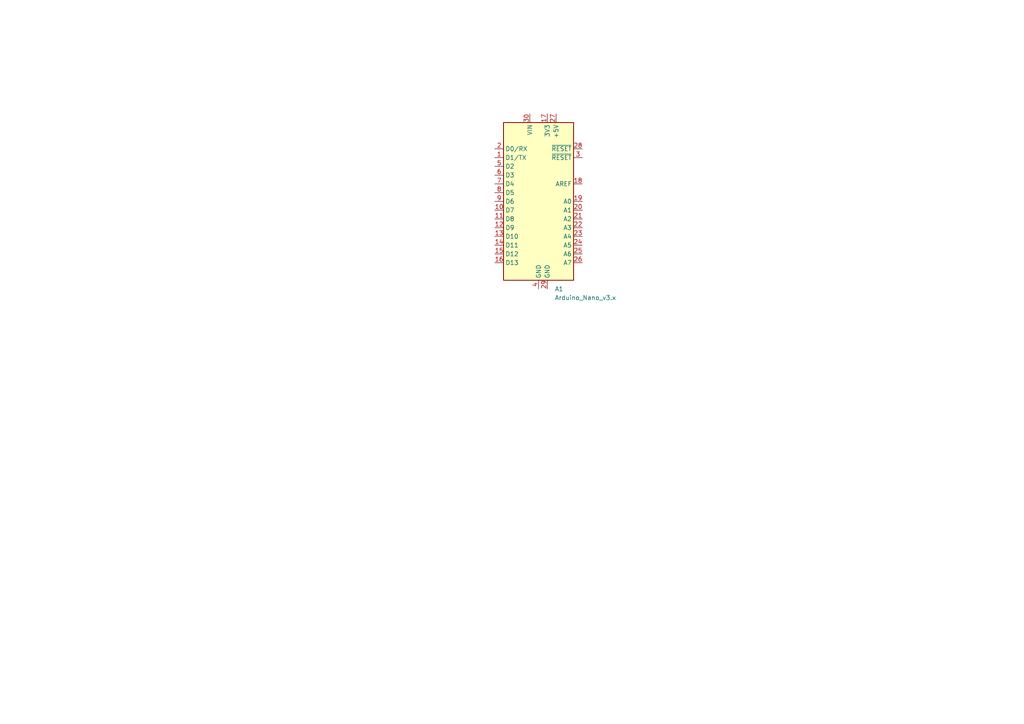
<source format=kicad_sch>
(kicad_sch (version 20250114) (generator "eeschema") (generator_version "9.0")
  (paper "A4")
  (lib_symbols
    (symbol "MCU_Module:Arduino_Nano_v3.x"
      (property "Reference" "A" (at -10.16 23.495 0))
      (property "Value" "Arduino_Nano_v3.x" (at 5.08 -24.13 0))
      (symbol "Arduino_Nano_v3.x_0_1"
        (rectangle (start -10.16 22.86) (end 10.16 -22.86) (stroke (width 0.254)) (fill (type background)))
      )
      (symbol "Arduino_Nano_v3.x_1_1"
        (pin bidirectional line (at -12.7 15.24 0) (length 2.54) (name "D0/RX") (number "2"))
        (pin bidirectional line (at -12.7 12.7 0) (length 2.54) (name "D1/TX") (number "1"))
        (pin bidirectional line (at -12.7 10.16 0) (length 2.54) (name "D2") (number "5"))
        (pin bidirectional line (at -12.7 7.62 0) (length 2.54) (name "D3") (number "6"))
        (pin bidirectional line (at -12.7 5.08 0) (length 2.54) (name "D4") (number "7"))
        (pin bidirectional line (at -12.7 2.54 0) (length 2.54) (name "D5") (number "8"))
        (pin bidirectional line (at -12.7 0 0) (length 2.54) (name "D6") (number "9"))
        (pin bidirectional line (at -12.7 -2.54 0) (length 2.54) (name "D7") (number "10"))
        (pin bidirectional line (at -12.7 -5.08 0) (length 2.54) (name "D8") (number "11"))
        (pin bidirectional line (at -12.7 -7.62 0) (length 2.54) (name "D9") (number "12"))
        (pin bidirectional line (at -12.7 -10.16 0) (length 2.54) (name "D10") (number "13"))
        (pin bidirectional line (at -12.7 -12.7 0) (length 2.54) (name "D11") (number "14"))
        (pin bidirectional line (at -12.7 -15.24 0) (length 2.54) (name "D12") (number "15"))
        (pin bidirectional line (at -12.7 -17.78 0) (length 2.54) (name "D13") (number "16"))
        (pin power_in line (at -2.54 25.4 270) (length 2.54) (name "VIN") (number "30"))
        (pin power_in line (at 0 -25.4 90) (length 2.54) (name "GND") (number "4"))
        (pin power_out line (at 2.54 25.4 270) (length 2.54) (name "3V3") (number "17"))
        (pin power_in line (at 2.54 -25.4 90) (length 2.54) (name "GND") (number "29"))
        (pin power_out line (at 5.08 25.4 270) (length 2.54) (name "+5V") (number "27"))
        (pin input line (at 12.7 15.24 180) (length 2.54) (name "~{RESET}") (number "28"))
        (pin input line (at 12.7 12.7 180) (length 2.54) (name "~{RESET}") (number "3"))
        (pin input line (at 12.7 5.08 180) (length 2.54) (name "AREF") (number "18"))
        (pin bidirectional line (at 12.7 0 180) (length 2.54) (name "A0") (number "19"))
        (pin bidirectional line (at 12.7 -2.54 180) (length 2.54) (name "A1") (number "20"))
        (pin bidirectional line (at 12.7 -5.08 180) (length 2.54) (name "A2") (number "21"))
        (pin bidirectional line (at 12.7 -7.62 180) (length 2.54) (name "A3") (number "22"))
        (pin bidirectional line (at 12.7 -10.16 180) (length 2.54) (name "A4") (number "23"))
        (pin bidirectional line (at 12.7 -12.7 180) (length 2.54) (name "A5") (number "24"))
        (pin bidirectional line (at 12.7 -15.24 180) (length 2.54) (name "A6") (number "25"))
        (pin bidirectional line (at 12.7 -17.78 180) (length 2.54) (name "A7") (number "26"))
      )
    )
  )
  (symbol (lib_id "MCU_Module:Arduino_Nano_v3.x") (at 156.21 58.42 0) (unit 1)
    (property "Reference" "A1" (at 160.8933 83.82 0) (effects (justify left)))
    (property "Value" "Arduino_Nano_v3.x" (at 160.8933 86.36 0) (effects (justify left)))
    (property "Footprint" "Module:Arduino_Nano_WithMountingHoles" (effects (hide yes)))
    (property "Datasheet" "http://www.mouser.com/pdfdocs/Gravitech_Arduino_Nano3_0.pdf" (effects (hide yes)))
    (property "Description" "Arduino Nano v3.x" (effects (hide yes)))
  )
)
</source>
